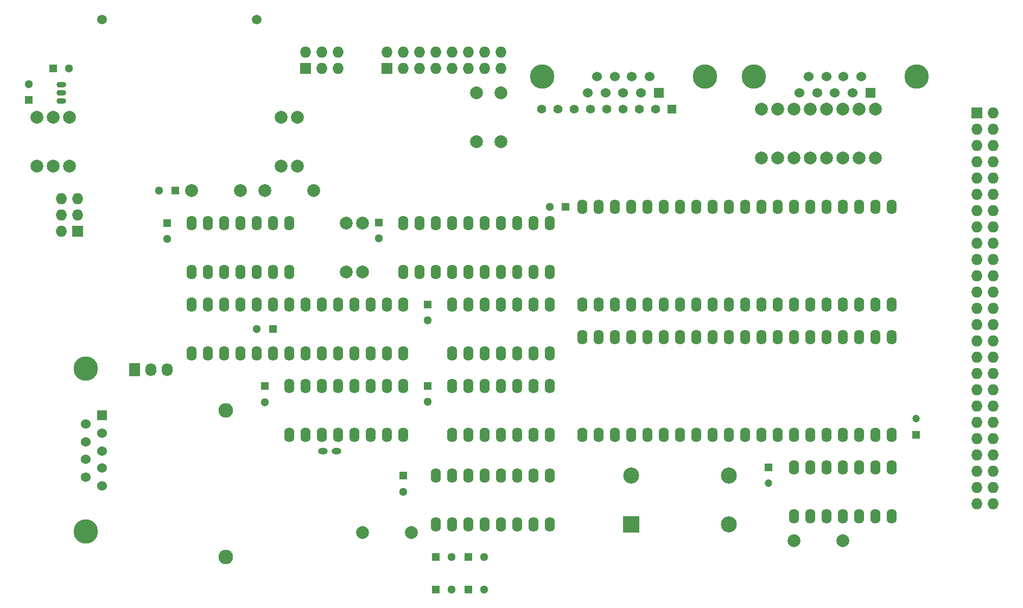
<source format=gbr>
G04 #@! TF.FileFunction,Soldermask,Bot*
%FSLAX46Y46*%
G04 Gerber Fmt 4.6, Leading zero omitted, Abs format (unit mm)*
G04 Created by KiCad (PCBNEW 4.0.2+dfsg1-stable) date Mon 20 Nov 2017 06:57:16 PM CET*
%MOMM*%
G01*
G04 APERTURE LIST*
%ADD10C,0.100000*%
%ADD11R,1.727200X1.727200*%
%ADD12O,1.727200X1.727200*%
%ADD13C,3.810000*%
%ADD14R,1.524000X1.524000*%
%ADD15C,1.524000*%
%ADD16O,1.600000X2.300000*%
%ADD17C,2.286000*%
%ADD18R,1.300000X1.300000*%
%ADD19C,1.300000*%
%ADD20R,1.200000X1.200000*%
%ADD21C,1.200000*%
%ADD22C,1.998980*%
%ADD23R,1.397000X1.397000*%
%ADD24C,1.397000*%
%ADD25C,1.500000*%
%ADD26O,1.501140X0.899160*%
%ADD27O,1.501140X1.000760*%
%ADD28R,2.499360X2.499360*%
%ADD29C,2.499360*%
%ADD30R,1.727200X2.032000*%
%ADD31O,1.727200X2.032000*%
G04 APERTURE END LIST*
D10*
D11*
X215265000Y-65405000D03*
D12*
X217805000Y-65405000D03*
X215265000Y-67945000D03*
X217805000Y-67945000D03*
X215265000Y-70485000D03*
X217805000Y-70485000D03*
X215265000Y-73025000D03*
X217805000Y-73025000D03*
X215265000Y-75565000D03*
X217805000Y-75565000D03*
X215265000Y-78105000D03*
X217805000Y-78105000D03*
X215265000Y-80645000D03*
X217805000Y-80645000D03*
X215265000Y-83185000D03*
X217805000Y-83185000D03*
X215265000Y-85725000D03*
X217805000Y-85725000D03*
X215265000Y-88265000D03*
X217805000Y-88265000D03*
X215265000Y-90805000D03*
X217805000Y-90805000D03*
X215265000Y-93345000D03*
X217805000Y-93345000D03*
X215265000Y-95885000D03*
X217805000Y-95885000D03*
X215265000Y-98425000D03*
X217805000Y-98425000D03*
X215265000Y-100965000D03*
X217805000Y-100965000D03*
X215265000Y-103505000D03*
X217805000Y-103505000D03*
X215265000Y-106045000D03*
X217805000Y-106045000D03*
X215265000Y-108585000D03*
X217805000Y-108585000D03*
X215265000Y-111125000D03*
X217805000Y-111125000D03*
X215265000Y-113665000D03*
X217805000Y-113665000D03*
X215265000Y-116205000D03*
X217805000Y-116205000D03*
X215265000Y-118745000D03*
X217805000Y-118745000D03*
X215265000Y-121285000D03*
X217805000Y-121285000D03*
X215265000Y-123825000D03*
X217805000Y-123825000D03*
X215265000Y-126365000D03*
X217805000Y-126365000D03*
D11*
X110490000Y-58420000D03*
D12*
X110490000Y-55880000D03*
X113030000Y-58420000D03*
X113030000Y-55880000D03*
X115570000Y-58420000D03*
X115570000Y-55880000D03*
D13*
X172847000Y-59690000D03*
X147447000Y-59690000D03*
D14*
X165608000Y-62230000D03*
D15*
X162814000Y-62230000D03*
X160020000Y-62230000D03*
X157353000Y-62230000D03*
X154559000Y-62230000D03*
X155956000Y-59690000D03*
X158750000Y-59690000D03*
X161417000Y-59690000D03*
X164211000Y-59690000D03*
D16*
X201930000Y-80010000D03*
X199390000Y-80010000D03*
X196850000Y-80010000D03*
X194310000Y-80010000D03*
X191770000Y-80010000D03*
X189230000Y-80010000D03*
X186690000Y-80010000D03*
X184150000Y-80010000D03*
X181610000Y-80010000D03*
X179070000Y-80010000D03*
X176530000Y-80010000D03*
X173990000Y-80010000D03*
X171450000Y-80010000D03*
X168910000Y-80010000D03*
X166370000Y-80010000D03*
X163830000Y-80010000D03*
X161290000Y-80010000D03*
X158750000Y-80010000D03*
X156210000Y-80010000D03*
X153670000Y-80010000D03*
X153670000Y-95250000D03*
X156210000Y-95250000D03*
X158750000Y-95250000D03*
X161290000Y-95250000D03*
X163830000Y-95250000D03*
X166370000Y-95250000D03*
X168910000Y-95250000D03*
X171450000Y-95250000D03*
X173990000Y-95250000D03*
X176530000Y-95250000D03*
X179070000Y-95250000D03*
X181610000Y-95250000D03*
X184150000Y-95250000D03*
X186690000Y-95250000D03*
X189230000Y-95250000D03*
X191770000Y-95250000D03*
X194310000Y-95250000D03*
X196850000Y-95250000D03*
X199390000Y-95250000D03*
X201930000Y-95250000D03*
X133350000Y-115570000D03*
X135890000Y-115570000D03*
X138430000Y-115570000D03*
X140970000Y-115570000D03*
X143510000Y-115570000D03*
X146050000Y-115570000D03*
X148590000Y-115570000D03*
X148590000Y-107950000D03*
X146050000Y-107950000D03*
X143510000Y-107950000D03*
X140970000Y-107950000D03*
X138430000Y-107950000D03*
X135890000Y-107950000D03*
X133350000Y-107950000D03*
X130810000Y-129540000D03*
X133350000Y-129540000D03*
X135890000Y-129540000D03*
X138430000Y-129540000D03*
X140970000Y-129540000D03*
X143510000Y-129540000D03*
X146050000Y-129540000D03*
X148590000Y-129540000D03*
X148590000Y-121920000D03*
X146050000Y-121920000D03*
X143510000Y-121920000D03*
X140970000Y-121920000D03*
X138430000Y-121920000D03*
X135890000Y-121920000D03*
X133350000Y-121920000D03*
X130810000Y-121920000D03*
D17*
X98044000Y-134620000D03*
X98044000Y-111760000D03*
D18*
X151090000Y-80010000D03*
D19*
X148590000Y-80010000D03*
D18*
X104140000Y-107990000D03*
D19*
X104140000Y-110490000D03*
D18*
X88900000Y-82550000D03*
D19*
X88900000Y-85050000D03*
D18*
X129540000Y-95250000D03*
D19*
X129540000Y-97750000D03*
D18*
X129540000Y-107950000D03*
D19*
X129540000Y-110450000D03*
D18*
X67310000Y-63373000D03*
D19*
X67310000Y-60873000D03*
D18*
X71120000Y-58420000D03*
D19*
X73620000Y-58420000D03*
D18*
X121920000Y-82463000D03*
D19*
X121920000Y-84963000D03*
D18*
X105410000Y-99060000D03*
D19*
X102910000Y-99060000D03*
D20*
X205740000Y-115570000D03*
D21*
X205740000Y-113070000D03*
D20*
X182753000Y-120650000D03*
D21*
X182753000Y-123150000D03*
D18*
X125730000Y-121960000D03*
D19*
X125730000Y-124460000D03*
D18*
X130810000Y-134620000D03*
D19*
X133310000Y-134620000D03*
D18*
X135890000Y-139700000D03*
D19*
X138390000Y-139700000D03*
D18*
X135890000Y-134620000D03*
D19*
X138390000Y-134620000D03*
D18*
X130810000Y-139700000D03*
D19*
X133310000Y-139700000D03*
D16*
X92710000Y-102870000D03*
X95250000Y-102870000D03*
X97790000Y-102870000D03*
X100330000Y-102870000D03*
X102870000Y-102870000D03*
X105410000Y-102870000D03*
X107950000Y-102870000D03*
X110490000Y-102870000D03*
X113030000Y-102870000D03*
X115570000Y-102870000D03*
X118110000Y-102870000D03*
X120650000Y-102870000D03*
X123190000Y-102870000D03*
X125730000Y-102870000D03*
X125730000Y-95250000D03*
X123190000Y-95250000D03*
X120650000Y-95250000D03*
X118110000Y-95250000D03*
X115570000Y-95250000D03*
X113030000Y-95250000D03*
X110490000Y-95250000D03*
X107950000Y-95250000D03*
X105410000Y-95250000D03*
X102870000Y-95250000D03*
X100330000Y-95250000D03*
X97790000Y-95250000D03*
X95250000Y-95250000D03*
X92710000Y-95250000D03*
D13*
X76200000Y-105283000D03*
X76200000Y-130683000D03*
D14*
X78740000Y-112522000D03*
D15*
X78740000Y-115316000D03*
X78740000Y-118110000D03*
X78740000Y-120777000D03*
X78740000Y-123571000D03*
X76200000Y-122174000D03*
X76200000Y-119380000D03*
X76200000Y-116713000D03*
X76200000Y-113919000D03*
D11*
X74930000Y-83820000D03*
D12*
X72390000Y-83820000D03*
X74930000Y-81280000D03*
X72390000Y-81280000D03*
X74930000Y-78740000D03*
X72390000Y-78740000D03*
D13*
X205867000Y-59690000D03*
X180467000Y-59690000D03*
D14*
X198628000Y-62230000D03*
D15*
X195834000Y-62230000D03*
X193040000Y-62230000D03*
X190373000Y-62230000D03*
X187579000Y-62230000D03*
X188976000Y-59690000D03*
X191770000Y-59690000D03*
X194437000Y-59690000D03*
X197231000Y-59690000D03*
D22*
X106680000Y-66040000D03*
X106680000Y-73660000D03*
X73660000Y-66040000D03*
X73660000Y-73660000D03*
X71120000Y-66040000D03*
X71120000Y-73660000D03*
X109220000Y-66040000D03*
X109220000Y-73660000D03*
X68580000Y-66040000D03*
X68580000Y-73660000D03*
X199390000Y-64770000D03*
X199390000Y-72390000D03*
X196850000Y-64770000D03*
X196850000Y-72390000D03*
X194310000Y-64770000D03*
X194310000Y-72390000D03*
X191770000Y-64770000D03*
X191770000Y-72390000D03*
X189230000Y-64770000D03*
X189230000Y-72390000D03*
X186690000Y-64770000D03*
X186690000Y-72390000D03*
X184150000Y-64770000D03*
X184150000Y-72390000D03*
X181610000Y-64770000D03*
X181610000Y-72390000D03*
X104140000Y-77470000D03*
X111760000Y-77470000D03*
X92710000Y-77470000D03*
X100330000Y-77470000D03*
X186690000Y-132080000D03*
X194310000Y-132080000D03*
X119380000Y-130810000D03*
X127000000Y-130810000D03*
X137160000Y-62230000D03*
X137160000Y-69850000D03*
X140970000Y-62230000D03*
X140970000Y-69850000D03*
X119380000Y-90170000D03*
X119380000Y-82550000D03*
X116840000Y-90170000D03*
X116840000Y-82550000D03*
D23*
X167640000Y-64770000D03*
D24*
X165100000Y-64770000D03*
X162560000Y-64770000D03*
X160020000Y-64770000D03*
X157480000Y-64770000D03*
X154940000Y-64770000D03*
X152400000Y-64770000D03*
X149860000Y-64770000D03*
X147320000Y-64770000D03*
D25*
X78740000Y-50800000D03*
X102940000Y-50800000D03*
D16*
X125730000Y-90170000D03*
X128270000Y-90170000D03*
X130810000Y-90170000D03*
X133350000Y-90170000D03*
X135890000Y-90170000D03*
X138430000Y-90170000D03*
X140970000Y-90170000D03*
X143510000Y-90170000D03*
X146050000Y-90170000D03*
X148590000Y-90170000D03*
X148590000Y-82550000D03*
X146050000Y-82550000D03*
X143510000Y-82550000D03*
X140970000Y-82550000D03*
X138430000Y-82550000D03*
X135890000Y-82550000D03*
X133350000Y-82550000D03*
X130810000Y-82550000D03*
X128270000Y-82550000D03*
X125730000Y-82550000D03*
X133350000Y-102870000D03*
X135890000Y-102870000D03*
X138430000Y-102870000D03*
X140970000Y-102870000D03*
X143510000Y-102870000D03*
X146050000Y-102870000D03*
X148590000Y-102870000D03*
X148590000Y-95250000D03*
X146050000Y-95250000D03*
X143510000Y-95250000D03*
X140970000Y-95250000D03*
X138430000Y-95250000D03*
X135890000Y-95250000D03*
X133350000Y-95250000D03*
D26*
X72390000Y-62230000D03*
X72390000Y-63500000D03*
X72390000Y-60960000D03*
D16*
X107950000Y-115570000D03*
X110490000Y-115570000D03*
X113030000Y-115570000D03*
X115570000Y-115570000D03*
X118110000Y-115570000D03*
X120650000Y-115570000D03*
X123190000Y-115570000D03*
X125730000Y-115570000D03*
X125730000Y-107950000D03*
X123190000Y-107950000D03*
X120650000Y-107950000D03*
X118110000Y-107950000D03*
X115570000Y-107950000D03*
X113030000Y-107950000D03*
X110490000Y-107950000D03*
X107950000Y-107950000D03*
X186690000Y-128270000D03*
X189230000Y-128270000D03*
X191770000Y-128270000D03*
X194310000Y-128270000D03*
X196850000Y-128270000D03*
X199390000Y-128270000D03*
X201930000Y-128270000D03*
X201930000Y-120650000D03*
X199390000Y-120650000D03*
X196850000Y-120650000D03*
X194310000Y-120650000D03*
X191770000Y-120650000D03*
X189230000Y-120650000D03*
X186690000Y-120650000D03*
X201930000Y-100330000D03*
X199390000Y-100330000D03*
X196850000Y-100330000D03*
X194310000Y-100330000D03*
X191770000Y-100330000D03*
X189230000Y-100330000D03*
X186690000Y-100330000D03*
X184150000Y-100330000D03*
X181610000Y-100330000D03*
X179070000Y-100330000D03*
X176530000Y-100330000D03*
X173990000Y-100330000D03*
X171450000Y-100330000D03*
X168910000Y-100330000D03*
X166370000Y-100330000D03*
X163830000Y-100330000D03*
X161290000Y-100330000D03*
X158750000Y-100330000D03*
X156210000Y-100330000D03*
X153670000Y-100330000D03*
X153670000Y-115570000D03*
X156210000Y-115570000D03*
X158750000Y-115570000D03*
X161290000Y-115570000D03*
X163830000Y-115570000D03*
X166370000Y-115570000D03*
X168910000Y-115570000D03*
X171450000Y-115570000D03*
X173990000Y-115570000D03*
X176530000Y-115570000D03*
X179070000Y-115570000D03*
X181610000Y-115570000D03*
X184150000Y-115570000D03*
X186690000Y-115570000D03*
X189230000Y-115570000D03*
X191770000Y-115570000D03*
X194310000Y-115570000D03*
X196850000Y-115570000D03*
X199390000Y-115570000D03*
X201930000Y-115570000D03*
D27*
X115349020Y-118110000D03*
X113250980Y-118110000D03*
D28*
X161290000Y-129540000D03*
D29*
X176530000Y-129540000D03*
X176530000Y-121920000D03*
X161290000Y-121920000D03*
D16*
X92710000Y-90170000D03*
X95250000Y-90170000D03*
X97790000Y-90170000D03*
X100330000Y-90170000D03*
X102870000Y-90170000D03*
X105410000Y-90170000D03*
X107950000Y-90170000D03*
X107950000Y-82550000D03*
X105410000Y-82550000D03*
X102870000Y-82550000D03*
X100330000Y-82550000D03*
X97790000Y-82550000D03*
X95250000Y-82550000D03*
X92710000Y-82550000D03*
D11*
X123190000Y-58420000D03*
D12*
X123190000Y-55880000D03*
X125730000Y-58420000D03*
X125730000Y-55880000D03*
X128270000Y-58420000D03*
X128270000Y-55880000D03*
X130810000Y-58420000D03*
X130810000Y-55880000D03*
X133350000Y-58420000D03*
X133350000Y-55880000D03*
X135890000Y-58420000D03*
X135890000Y-55880000D03*
X138430000Y-58420000D03*
X138430000Y-55880000D03*
X140970000Y-58420000D03*
X140970000Y-55880000D03*
D18*
X90170000Y-77470000D03*
D19*
X87670000Y-77470000D03*
D30*
X83820000Y-105410000D03*
D31*
X86360000Y-105410000D03*
X88900000Y-105410000D03*
M02*

</source>
